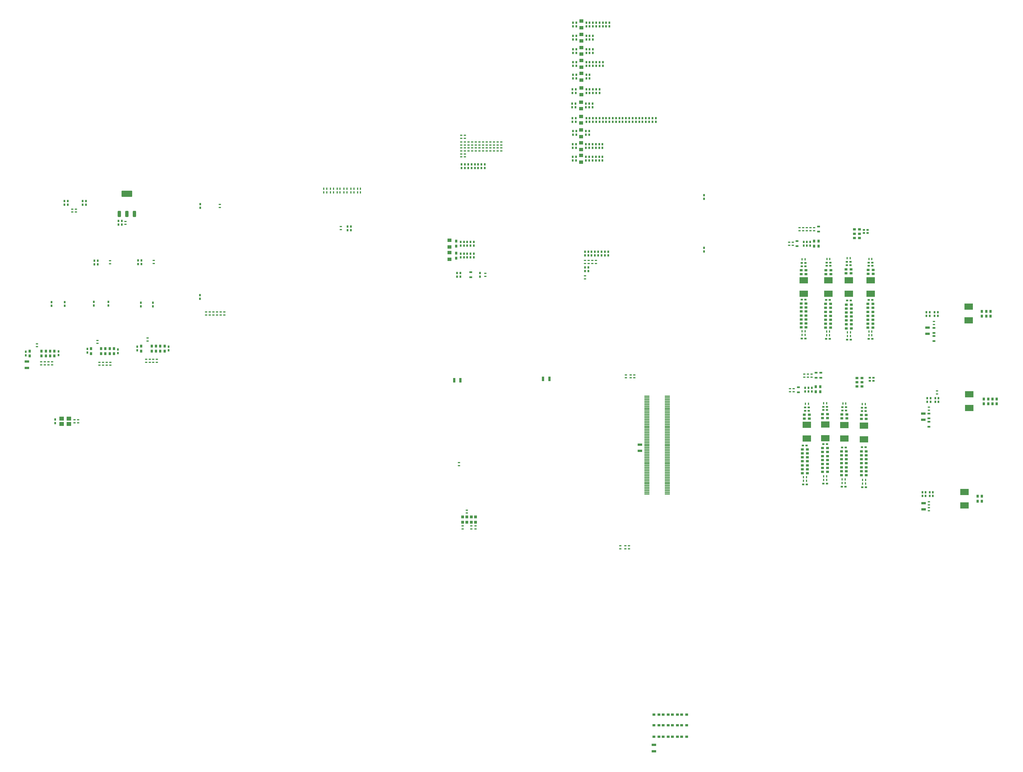
<source format=gbp>
%FSLAX46Y46*%
%MOMM*%
%AMPS19*
21,1,0.600000,0.500000,0.000000,0.000000,360.000000*
%
%ADD19PS19*%
%AMPS12*
21,1,0.600000,0.500000,0.000000,0.000000,270.000000*
%
%ADD12PS12*%
%AMPS21*
21,1,0.600000,0.500000,0.000000,0.000000,90.000000*
%
%ADD21PS21*%
%AMPS28*
21,1,1.400000,1.200000,0.000000,0.000000,360.000000*
%
%ADD28PS28*%
%AMPS25*
21,1,0.800000,0.800000,0.000000,0.000000,270.000000*
%
%ADD25PS25*%
%AMPS20*
21,1,1.000000,1.250000,0.000000,0.000000,270.000000*
%
%ADD20PS20*%
%AMPS14*
21,1,0.800000,0.750000,0.000000,0.000000,360.000000*
%
%ADD14PS14*%
%AMPS16*
21,1,0.800000,0.750000,0.000000,0.000000,270.000000*
%
%ADD16PS16*%
%AMPS26*
21,1,0.800000,0.750000,0.000000,0.000000,90.000000*
%
%ADD26PS26*%
%AMPS13*
21,1,0.400000,0.600000,0.000000,0.000000,360.000000*
%
%ADD13PS13*%
%AMPS11*
21,1,0.400000,0.600000,0.000000,0.000000,270.000000*
%
%ADD11PS11*%
%AMPS15*
21,1,0.400000,0.600000,0.000000,0.000000,90.000000*
%
%ADD15PS15*%
%AMPS22*
21,1,1.900000,2.500000,0.000000,0.000000,270.000000*
%
%ADD22PS22*%
%AMPS10*
21,1,0.700000,1.300000,0.000000,0.000000,270.000000*
%
%ADD10PS10*%
%AMPS27*
21,1,0.700000,1.300000,0.000000,0.000000,180.000000*
%
%ADD27PS27*%
%AMPS24*
21,1,0.700000,1.300000,0.000000,0.000000,90.000000*
%
%ADD24PS24*%
%AMPS17*
21,1,0.304800,1.447800,0.000000,0.000000,270.000000*
%
%ADD17PS17*%
%AMPS23*
21,1,0.500000,0.900000,0.000000,0.000000,270.000000*
%
%ADD23PS23*%
%AMPS18*
21,1,0.500000,0.900000,0.000000,0.000000,90.000000*
%
%ADD18PS18*%
%AMPS30*
1,1,0.500000,-1.375000,0.700000*
1,1,0.500000,-1.375000,-0.700000*
21,1,3.250000,1.400000,0.000000,0.000000,180.000000*
21,1,2.750000,1.900000,0.000000,0.000000,180.000000*
1,1,0.500000,1.375000,0.700000*
1,1,0.500000,1.375000,-0.700000*
%
%ADD30PS30*%
%AMPS29*
1,1,0.400000,0.275000,-0.750000*
1,1,0.400000,0.275000,0.750000*
21,1,0.950000,1.500000,0.000000,0.000000,360.000000*
21,1,0.550000,1.900000,0.000000,0.000000,360.000000*
1,1,0.400000,-0.275000,-0.750000*
1,1,0.400000,-0.275000,0.750000*
%
%ADD29PS29*%
G01*
G01*
%LPD*%
G75*
D10*
X-150000000Y24350000D03*
D10*
X-150000000Y26250000D03*
D11*
X86100000Y21550000D03*
D11*
X86100000Y22450000D03*
D11*
X-9900000Y89950000D03*
D11*
X-9900000Y90850000D03*
D12*
X16100000Y124750000D03*
D12*
X16100000Y123650000D03*
D13*
X-59350000Y77400000D03*
D13*
X-60250000Y77400000D03*
D14*
X102250000Y-2100000D03*
D14*
X103750000Y-2100000D03*
D12*
X22000000Y88150000D03*
D12*
X22000000Y87050000D03*
D12*
X85300000Y18350000D03*
D12*
X85300000Y17250000D03*
D12*
X20000000Y104250000D03*
D12*
X20000000Y103150000D03*
D15*
X-95800000Y41250000D03*
D15*
X-95800000Y40350000D03*
D12*
X19000000Y88150000D03*
D12*
X19000000Y87050000D03*
D13*
X97350000Y-9400000D03*
D13*
X96450000Y-9400000D03*
D16*
X88000000Y62650000D03*
D16*
X88000000Y61150000D03*
D12*
X15000000Y88150000D03*
D12*
X15000000Y87050000D03*
D16*
X-111000000Y30950000D03*
D16*
X-111000000Y29450000D03*
D12*
X86300000Y18350000D03*
D12*
X86300000Y17250000D03*
D11*
X85000000Y21550000D03*
D11*
X85000000Y22450000D03*
D17*
X37413900Y15260800D03*
D17*
X37413900Y-6255500D03*
D17*
X43586100Y-7756700D03*
D17*
X37413900Y-11259300D03*
D17*
X43586100Y7254800D03*
D17*
X43586100Y-1251700D03*
D17*
X43586100Y10757400D03*
D17*
X37413900Y-250900D03*
D17*
X43586100Y13259300D03*
D17*
X43586100Y-6755900D03*
D17*
X37413900Y12759000D03*
D17*
X43586100Y-9758200D03*
D17*
X37413900Y-4754300D03*
D17*
X37413900Y-6755900D03*
D17*
X37413900Y-3753600D03*
D17*
X43586100Y4252500D03*
D17*
X43586100Y-5755100D03*
D17*
X43586100Y13759700D03*
D17*
X37413900Y13259300D03*
D17*
X43586100Y-10758900D03*
D17*
X37413900Y11758200D03*
D17*
X43586100Y-5254700D03*
D17*
X43586100Y5253300D03*
D17*
X37413900Y-4253900D03*
D17*
X37413900Y-2752800D03*
D17*
X43586100Y-4253900D03*
D17*
X37413900Y-8257000D03*
D17*
X43586100Y4752900D03*
D17*
X37413900Y14260100D03*
D17*
X43586100Y-3253200D03*
D17*
X43586100Y12258600D03*
D17*
X37413900Y249400D03*
D17*
X37413900Y-751300D03*
D17*
X43586100Y7755200D03*
D17*
X43586100Y10257000D03*
D17*
X43586100Y-7256299D03*
D17*
X37413900Y8755900D03*
D17*
X37413900Y5253300D03*
D17*
X43586100Y9256299D03*
D17*
X43586100Y-2752800D03*
D17*
X37413900Y3752200D03*
D17*
X43586100Y-10258500D03*
D17*
X37413900Y-12760400D03*
D17*
X43586100Y-13260800D03*
D17*
X43586100Y5753700D03*
D17*
X37413900Y8255500D03*
D17*
X43586100Y-3753600D03*
D17*
X37413900Y749801D03*
D17*
X43586100Y-1752100D03*
D17*
X37413900Y-7756700D03*
D17*
X43586100Y-751300D03*
D17*
X37413900Y5753700D03*
D17*
X37413900Y1250199D03*
D17*
X37413900Y2751400D03*
D17*
X37413900Y-10758900D03*
D17*
X43586100Y2751400D03*
D17*
X43586100Y11758200D03*
D17*
X43586100Y-4754300D03*
D17*
X43586100Y-12760400D03*
D17*
X43586100Y-2252400D03*
D17*
X37413900Y9756700D03*
D17*
X37413900Y-7256299D03*
D17*
X43586100Y749801D03*
D17*
X37413900Y-2252400D03*
D17*
X37413900Y4752900D03*
D17*
X43586100Y15761200D03*
D17*
X37413900Y-5755100D03*
D17*
X37413900Y9256299D03*
D17*
X37413900Y6254000D03*
D17*
X37413900Y7755200D03*
D17*
X43586100Y9756700D03*
D17*
X43586100Y6754400D03*
D17*
X43586100Y1750600D03*
D17*
X43586100Y8755900D03*
D17*
X43586100Y3752200D03*
D17*
X37413900Y-9257800D03*
D17*
X37413900Y4252500D03*
D17*
X43586100Y1250199D03*
D17*
X37413900Y-12260000D03*
D17*
X37413900Y14760500D03*
D17*
X37413900Y-5254700D03*
D17*
X37413900Y15761200D03*
D17*
X43586100Y-11259300D03*
D17*
X43586100Y-8757400D03*
D17*
X37413900Y10257000D03*
D17*
X37413900Y13759700D03*
D17*
X37413900Y7254800D03*
D17*
X37413900Y12258600D03*
D17*
X37413900Y3251800D03*
D17*
X37413900Y-13260800D03*
D17*
X37413900Y-8757400D03*
D17*
X37413900Y6754400D03*
D17*
X37413900Y1750600D03*
D17*
X37413900Y-9758200D03*
D17*
X43586100Y-12260000D03*
D17*
X43586100Y249400D03*
D17*
X43586100Y3251800D03*
D17*
X37413900Y-1251700D03*
D17*
X43586100Y15260800D03*
D17*
X43586100Y-8257000D03*
D17*
X37413900Y10757400D03*
D17*
X43586100Y12759000D03*
D17*
X37413900Y-11759700D03*
D17*
X43586100Y-6255500D03*
D17*
X37413900Y2251000D03*
D17*
X43586100Y14260100D03*
D17*
X37413900Y11257800D03*
D17*
X43586100Y-13761200D03*
D17*
X43586100Y2251000D03*
D17*
X43586100Y11257800D03*
D17*
X43586100Y8255500D03*
D17*
X43586100Y-250900D03*
D17*
X37413900Y-1752100D03*
D17*
X37413900Y-3253200D03*
D17*
X43586100Y6254000D03*
D17*
X43586100Y14760500D03*
D17*
X43586100Y-11759700D03*
D17*
X37413900Y-10258500D03*
D17*
X37413900Y-13761200D03*
D17*
X43586100Y-9257800D03*
D11*
X19799996Y55949994D03*
D11*
X19799996Y56849994D03*
D12*
X16100000Y120650000D03*
D12*
X16100000Y119550000D03*
D12*
X24100000Y128750000D03*
D12*
X24100000Y127650000D03*
D12*
X24700000Y59450000D03*
D12*
X24700000Y58350000D03*
D11*
X80400000Y61450000D03*
D11*
X80400000Y62350000D03*
D12*
X16100000Y116750000D03*
D12*
X16100000Y115650000D03*
D12*
X19100000Y128750000D03*
D12*
X19100000Y127650000D03*
D12*
X20100000Y120650000D03*
D12*
X20100000Y119550000D03*
D11*
X-110700000Y26050000D03*
D11*
X-110700000Y26950000D03*
D18*
X82800000Y62650000D03*
D18*
X82800000Y61150000D03*
D16*
X140600000Y14950000D03*
D16*
X140600000Y13450000D03*
D11*
X31100000Y21350000D03*
D11*
X31100000Y22250000D03*
D11*
X30900000Y-30350000D03*
D11*
X30900000Y-29450000D03*
D13*
X91750000Y13700000D03*
D13*
X90850000Y13700000D03*
D12*
X18700000Y59450000D03*
D12*
X18700000Y58350000D03*
D12*
X24100000Y99850000D03*
D12*
X24100000Y98750000D03*
D11*
X-112900000Y26050000D03*
D11*
X-112900000Y26950000D03*
D14*
X91450000Y43700000D03*
D14*
X92950000Y43700000D03*
D19*
X91650000Y44900000D03*
D19*
X92750000Y44900000D03*
D12*
X14900000Y99850000D03*
D12*
X14900000Y98750000D03*
D11*
X-111700000Y55950000D03*
D11*
X-111700000Y56850000D03*
D12*
X29100000Y99850000D03*
D12*
X29100000Y98750000D03*
D13*
X103550000Y-9500000D03*
D13*
X102650000Y-9500000D03*
D20*
X-22300008Y57200056D03*
D20*
X-22300008Y59200056D03*
D11*
X-124900000Y55850000D03*
D11*
X-124900000Y56750000D03*
D16*
X-123700000Y30150000D03*
D16*
X-123700000Y28650000D03*
D14*
X84450000Y-300000D03*
D14*
X85950000Y-300000D03*
D12*
X15100000Y112950000D03*
D12*
X15100000Y111850000D03*
D12*
X15900000Y99850000D03*
D12*
X15900000Y98750000D03*
D11*
X84700000Y65850000D03*
D11*
X84700000Y66750000D03*
D21*
X-138700000Y73650000D03*
D21*
X-138700000Y74750000D03*
D16*
X140000000Y41450000D03*
D16*
X140000000Y39950000D03*
D11*
X29400000Y-30350000D03*
D11*
X29400000Y-29450000D03*
D19*
X96450000Y300000D03*
D19*
X97550000Y300000D03*
D12*
X37100000Y99850000D03*
D12*
X37100000Y98750000D03*
D13*
X-57350000Y78500000D03*
D13*
X-58250000Y78500000D03*
D12*
X-17900000Y58850000D03*
D12*
X-17900000Y57750000D03*
D19*
X104450000Y56200000D03*
D19*
X105550000Y56200000D03*
D22*
X98500000Y50850000D03*
D22*
X98500000Y46750000D03*
D11*
X-12100000Y91750000D03*
D11*
X-12100000Y92650000D03*
D14*
X96250000Y-2100000D03*
D14*
X97750000Y-2100000D03*
D10*
X121000000Y8650000D03*
D10*
X121000000Y10550000D03*
D12*
X24000000Y91950000D03*
D12*
X24000000Y90850000D03*
D21*
X15800000Y103150000D03*
D21*
X15800000Y104250000D03*
D23*
X83200000Y16950000D03*
D23*
X83200000Y18450000D03*
D14*
X84050000Y53900000D03*
D14*
X85550000Y53900000D03*
D16*
X138700000Y41450000D03*
D16*
X138700000Y39950000D03*
D21*
X-115600000Y42950000D03*
D21*
X-115600000Y44050000D03*
D11*
X-143500000Y25250000D03*
D11*
X-143500000Y26150000D03*
D19*
X97950000Y44700000D03*
D19*
X99050000Y44700000D03*
D12*
X-122500000Y29950000D03*
D12*
X-122500000Y28850000D03*
D20*
X17599992Y127200056D03*
D20*
X17599992Y129200056D03*
D14*
X84050000Y39000000D03*
D14*
X85550000Y39000000D03*
D12*
X25100000Y128750000D03*
D12*
X25100000Y127650000D03*
D14*
X84050000Y41400000D03*
D14*
X85550000Y41400000D03*
D12*
X21100000Y128750000D03*
D12*
X21100000Y127650000D03*
D11*
X-145700000Y25250000D03*
D11*
X-145700000Y26150000D03*
D12*
X20700000Y59450000D03*
D12*
X20700000Y58350000D03*
D13*
X85250000Y34300000D03*
D13*
X84350000Y34300000D03*
D12*
X-16900000Y62450000D03*
D12*
X-16900000Y61350000D03*
D14*
X45150000Y-83700000D03*
D14*
X46650000Y-83700000D03*
D12*
X18700000Y54750000D03*
D12*
X18700000Y53650000D03*
D19*
X84250000Y33200000D03*
D19*
X85350000Y33200000D03*
D14*
X96250000Y-6900000D03*
D14*
X97750000Y-6900000D03*
D11*
X-16500000Y89950000D03*
D11*
X-16500000Y90850000D03*
D13*
X98950000Y34000000D03*
D13*
X98050000Y34000000D03*
D13*
X-53250000Y78500000D03*
D13*
X-54150000Y78500000D03*
D16*
X138700000Y-14450000D03*
D16*
X138700000Y-15950000D03*
D12*
X-141500000Y8750000D03*
D12*
X-141500000Y7650000D03*
D12*
X-18900000Y62450000D03*
D12*
X-18900000Y61350000D03*
D14*
X90550000Y-2300000D03*
D14*
X92050000Y-2300000D03*
D14*
X84050000Y42600000D03*
D14*
X85550000Y42600000D03*
D12*
X19000000Y104250000D03*
D12*
X19000000Y103150000D03*
D12*
X14900000Y108550000D03*
D12*
X14900000Y107450000D03*
D24*
X122300000Y36550000D03*
D24*
X122300000Y34650000D03*
D11*
X-19350000Y-5225000D03*
D11*
X-19350000Y-4325000D03*
D16*
X-109700000Y30950000D03*
D16*
X-109700000Y29450000D03*
D19*
X96550000Y11500000D03*
D19*
X97650000Y11500000D03*
D12*
X-52100000Y67050000D03*
D12*
X-52100000Y65950000D03*
D14*
X96250000Y-4500000D03*
D14*
X97750000Y-4500000D03*
D12*
X20100000Y112950000D03*
D12*
X20100000Y111850000D03*
D14*
X84450000Y-5100000D03*
D14*
X85950000Y-5100000D03*
D12*
X-129800000Y44350000D03*
D12*
X-129800000Y43250000D03*
D14*
X97750000Y41100000D03*
D14*
X99250000Y41100000D03*
D11*
X-8800000Y89950000D03*
D11*
X-8800000Y90850000D03*
D12*
X-116700000Y30750000D03*
D12*
X-116700000Y29650000D03*
D12*
X-115400000Y56850000D03*
D12*
X-115400000Y55750000D03*
D11*
X-128700000Y31750000D03*
D11*
X-128700000Y32650000D03*
D14*
X97750000Y37500000D03*
D14*
X99250000Y37500000D03*
D14*
X84050000Y37800000D03*
D14*
X85550000Y37800000D03*
D19*
X102450000Y12300000D03*
D19*
X103550000Y12300000D03*
D11*
X-144600000Y25250000D03*
D11*
X-144600000Y26150000D03*
D12*
X23700000Y59450000D03*
D12*
X23700000Y58350000D03*
D11*
X-15400000Y91750000D03*
D11*
X-15400000Y92650000D03*
D22*
X105100000Y50850000D03*
D22*
X105100000Y46750000D03*
D12*
X16100000Y112950000D03*
D12*
X16100000Y111850000D03*
D14*
X102250000Y-5700000D03*
D14*
X103750000Y-5700000D03*
D12*
X-18900000Y58850000D03*
D12*
X-18900000Y57750000D03*
D16*
X89300000Y62650000D03*
D16*
X89300000Y61150000D03*
D11*
X-8800000Y91750000D03*
D11*
X-8800000Y92650000D03*
D11*
X-90300000Y40350000D03*
D11*
X-90300000Y41250000D03*
D11*
X-9900000Y91750000D03*
D11*
X-9900000Y92650000D03*
D14*
X39550000Y-80500000D03*
D14*
X41050000Y-80500000D03*
D11*
X-17600000Y91750000D03*
D11*
X-17600000Y92650000D03*
D19*
X104850000Y21400000D03*
D19*
X105950000Y21400000D03*
D12*
X36100000Y99850000D03*
D12*
X36100000Y98750000D03*
D14*
X102250000Y-900000D03*
D14*
X103750000Y-900000D03*
D13*
X103450000Y13400000D03*
D13*
X102550000Y13400000D03*
D12*
X20100000Y116750000D03*
D12*
X20100000Y115650000D03*
D21*
X121700000Y-14350000D03*
D21*
X121700000Y-13250000D03*
D14*
X97750000Y38700000D03*
D14*
X99250000Y38700000D03*
D11*
X-11000000Y91750000D03*
D11*
X-11000000Y92650000D03*
D14*
X100950000Y20000000D03*
D14*
X102450000Y20000000D03*
D14*
X102250000Y-6900000D03*
D14*
X103750000Y-6900000D03*
D14*
X97750000Y39900000D03*
D14*
X99250000Y39900000D03*
D20*
X17499992Y90400056D03*
D20*
X17499992Y92400056D03*
D23*
X122700000Y9050000D03*
D23*
X122700000Y10550000D03*
D11*
X18700000Y51250000D03*
D11*
X18700000Y52150000D03*
D20*
X17499992Y86600056D03*
D20*
X17499992Y88600056D03*
D12*
X19100000Y116750000D03*
D12*
X19100000Y115650000D03*
D11*
X86900000Y65850000D03*
D11*
X86900000Y66750000D03*
D13*
X105450000Y35300000D03*
D13*
X104550000Y35300000D03*
D11*
X-15400000Y89950000D03*
D11*
X-15400000Y90850000D03*
D10*
X39500000Y-91550000D03*
D10*
X39500000Y-89650000D03*
D16*
X-115500000Y30950000D03*
D16*
X-115500000Y29450000D03*
D25*
X-18300000Y-22300000D03*
D25*
X-18300000Y-20700000D03*
D14*
X104250000Y43700000D03*
D14*
X105750000Y43700000D03*
D12*
X-16600000Y85850000D03*
D12*
X-16600000Y84750000D03*
D23*
X124200000Y34950000D03*
D23*
X124200000Y36450000D03*
D19*
X91650000Y33100000D03*
D19*
X92750000Y33100000D03*
D26*
X-143000000Y27950000D03*
D26*
X-143000000Y29450000D03*
D12*
X-11600000Y85850000D03*
D12*
X-11600000Y84750000D03*
D19*
X96350000Y-11600000D03*
D19*
X97450000Y-11600000D03*
D12*
X15900000Y108550000D03*
D12*
X15900000Y107450000D03*
D14*
X104350000Y52800000D03*
D14*
X105850000Y52800000D03*
D16*
X141300000Y41450000D03*
D16*
X141300000Y39950000D03*
D14*
X104350000Y54000000D03*
D14*
X105850000Y54000000D03*
D14*
X42350000Y-87200000D03*
D14*
X43850000Y-87200000D03*
D12*
X-15900000Y58850000D03*
D12*
X-15900000Y57750000D03*
D13*
X-51150000Y78500000D03*
D13*
X-52050000Y78500000D03*
D14*
X91450000Y38900000D03*
D14*
X92950000Y38900000D03*
D11*
X-12100000Y89950000D03*
D11*
X-12100000Y90850000D03*
D12*
X15100000Y116750000D03*
D12*
X15100000Y115650000D03*
D14*
X102250000Y8900000D03*
D14*
X103750000Y8900000D03*
D19*
X90750000Y12600000D03*
D19*
X91850000Y12600000D03*
D13*
X-53250000Y77400000D03*
D13*
X-54150000Y77400000D03*
D22*
X134700000Y42850000D03*
D22*
X134700000Y38750000D03*
D12*
X16000000Y91950000D03*
D12*
X16000000Y90850000D03*
D14*
X84050000Y36600000D03*
D14*
X85550000Y36600000D03*
D16*
X-125000000Y30150000D03*
D16*
X-125000000Y28650000D03*
D12*
X20100000Y108550000D03*
D12*
X20100000Y107450000D03*
D12*
X22100000Y99850000D03*
D12*
X22100000Y98750000D03*
D11*
X-111800000Y26050000D03*
D11*
X-111800000Y26950000D03*
D12*
X19100000Y120650000D03*
D12*
X19100000Y119550000D03*
D11*
X33600000Y21350000D03*
D11*
X33600000Y22250000D03*
D19*
X103050000Y66100000D03*
D19*
X104150000Y66100000D03*
D12*
X-16900000Y58850000D03*
D12*
X-16900000Y57750000D03*
D12*
X-15600000Y85850000D03*
D12*
X-15600000Y84750000D03*
D13*
X105450000Y57300000D03*
D13*
X104550000Y57300000D03*
D11*
X-13200000Y91750000D03*
D11*
X-13200000Y92650000D03*
D18*
X122700000Y8050000D03*
D18*
X122700000Y6550000D03*
D20*
X17499992Y98400056D03*
D20*
X17499992Y100400056D03*
D11*
X-14300000Y89950000D03*
D11*
X-14300000Y90850000D03*
D21*
X122900000Y-14350000D03*
D21*
X122900000Y-13250000D03*
D11*
X-135600000Y7750000D03*
D11*
X-135600000Y8650000D03*
D11*
X-120200000Y67750000D03*
D11*
X-120200000Y68650000D03*
D21*
X-133200000Y73650000D03*
D21*
X-133200000Y74750000D03*
D14*
X97750000Y42300000D03*
D14*
X99250000Y42300000D03*
D11*
X-18700000Y91750000D03*
D11*
X-18700000Y92650000D03*
D19*
X90750000Y1300000D03*
D19*
X91850000Y1300000D03*
D13*
X92650000Y34200000D03*
D13*
X91750000Y34200000D03*
D14*
X84450000Y-7500000D03*
D14*
X85950000Y-7500000D03*
D13*
X-59350000Y78500000D03*
D13*
X-60250000Y78500000D03*
D26*
X-141700000Y27950000D03*
D26*
X-141700000Y29450000D03*
D21*
X124400000Y40050000D03*
D21*
X124400000Y41150000D03*
D14*
X96250000Y-5700000D03*
D14*
X97750000Y-5700000D03*
D12*
X21000000Y91950000D03*
D12*
X21000000Y90850000D03*
D14*
X104250000Y42500000D03*
D14*
X105750000Y42500000D03*
D19*
X91750000Y56200000D03*
D19*
X92850000Y56200000D03*
D12*
X19100000Y124750000D03*
D12*
X19100000Y123650000D03*
D19*
X84250000Y45000000D03*
D19*
X85350000Y45000000D03*
D19*
X90750000Y-10600000D03*
D19*
X91850000Y-10600000D03*
D20*
X17599992Y115300056D03*
D20*
X17599992Y117300056D03*
D21*
X125400000Y40050000D03*
D21*
X125400000Y41150000D03*
D22*
X85770000Y7130000D03*
D22*
X85770000Y3030000D03*
D12*
X21100000Y116750000D03*
D12*
X21100000Y115650000D03*
D14*
X104250000Y41300000D03*
D14*
X105750000Y41300000D03*
D14*
X47950000Y-87200000D03*
D14*
X49450000Y-87200000D03*
D11*
X80700000Y17150000D03*
D11*
X80700000Y18050000D03*
D14*
X104250000Y36500000D03*
D14*
X105750000Y36500000D03*
D15*
X-135200000Y72350000D03*
D15*
X-135200000Y71450000D03*
D19*
X104850000Y20400000D03*
D19*
X105950000Y20400000D03*
D12*
X19100000Y99850000D03*
D12*
X19100000Y98750000D03*
D14*
X97660000Y52930000D03*
D14*
X99160000Y52930000D03*
D11*
X-16500000Y91750000D03*
D11*
X-16500000Y92650000D03*
D19*
X104450000Y33100000D03*
D19*
X105550000Y33100000D03*
D15*
X-94700000Y41250000D03*
D15*
X-94700000Y40350000D03*
D11*
X-124800000Y25150000D03*
D11*
X-124800000Y26050000D03*
D12*
X-18600000Y85850000D03*
D12*
X-18600000Y84750000D03*
D12*
X19000000Y91950000D03*
D12*
X19000000Y90850000D03*
D19*
X104450000Y55200000D03*
D19*
X105550000Y55200000D03*
D18*
X124200000Y33950000D03*
D18*
X124200000Y32450000D03*
D13*
X105450000Y34200000D03*
D13*
X104550000Y34200000D03*
D16*
X-127600000Y30150000D03*
D16*
X-127600000Y28650000D03*
D14*
X42350000Y-80500000D03*
D14*
X43850000Y-80500000D03*
D13*
X91750000Y-8400000D03*
D13*
X90850000Y-8400000D03*
D21*
X54700000Y75450000D03*
D21*
X54700000Y76550000D03*
D12*
X25100000Y99850000D03*
D12*
X25100000Y98750000D03*
D12*
X31100000Y99850000D03*
D12*
X31100000Y98750000D03*
D20*
X-22300008Y60900056D03*
D20*
X-22300008Y62900056D03*
D20*
X17499992Y94300056D03*
D20*
X17499992Y96300056D03*
D13*
X85650000Y-8700000D03*
D13*
X84750000Y-8700000D03*
D14*
X90550000Y9200000D03*
D14*
X92050000Y9200000D03*
D20*
X17599992Y123200056D03*
D20*
X17599992Y125200056D03*
D13*
X91750000Y-9500000D03*
D13*
X90850000Y-9500000D03*
D21*
X123200000Y14050000D03*
D21*
X123200000Y15150000D03*
D12*
X-122300000Y68750000D03*
D12*
X-122300000Y67650000D03*
D12*
X21100000Y99850000D03*
D12*
X21100000Y98750000D03*
D12*
X39100000Y99850000D03*
D12*
X39100000Y98750000D03*
D11*
X-128100000Y25150000D03*
D11*
X-128100000Y26050000D03*
D11*
X-18700000Y89950000D03*
D11*
X-18700000Y90850000D03*
D15*
X81500000Y62350000D03*
D15*
X81500000Y61450000D03*
D12*
X19100000Y108550000D03*
D12*
X19100000Y107450000D03*
D12*
X22100000Y128750000D03*
D12*
X22100000Y127650000D03*
D19*
X104450000Y44900000D03*
D19*
X105550000Y44900000D03*
D13*
X-57350000Y77400000D03*
D13*
X-58250000Y77400000D03*
D11*
X-92500000Y40350000D03*
D11*
X-92500000Y41250000D03*
D12*
X27100000Y99850000D03*
D12*
X27100000Y98750000D03*
D12*
X-12600000Y85850000D03*
D12*
X-12600000Y84750000D03*
D20*
X17599992Y119200056D03*
D20*
X17599992Y121200056D03*
D12*
X21100000Y120650000D03*
D12*
X21100000Y119550000D03*
D27*
X-20850000Y20600000D03*
D27*
X-18950000Y20600000D03*
D14*
X102250000Y-8100000D03*
D14*
X103750000Y-8100000D03*
D13*
X85250000Y35400000D03*
D13*
X84350000Y35400000D03*
D16*
X137400000Y-14450000D03*
D16*
X137400000Y-15950000D03*
D13*
X85250000Y57200000D03*
D13*
X84350000Y57200000D03*
D14*
X91450000Y36500000D03*
D14*
X92950000Y36500000D03*
D23*
X88600000Y21350000D03*
D23*
X88600000Y22850000D03*
D20*
X17599992Y111400056D03*
D20*
X17599992Y113400056D03*
D23*
X89300000Y65550000D03*
D23*
X89300000Y67050000D03*
D13*
X97550000Y13600000D03*
D13*
X96650000Y13600000D03*
D11*
X-13200000Y89950000D03*
D11*
X-13200000Y90850000D03*
D15*
X125100000Y17350000D03*
D15*
X125100000Y16450000D03*
D14*
X100150000Y64900000D03*
D14*
X101650000Y64900000D03*
D13*
X-55350000Y77400000D03*
D13*
X-56250000Y77400000D03*
D12*
X21100000Y108550000D03*
D12*
X21100000Y107450000D03*
D14*
X42350000Y-83700000D03*
D14*
X43850000Y-83700000D03*
D12*
X-19000000Y53050000D03*
D12*
X-19000000Y51950000D03*
D22*
X84800000Y50850000D03*
D22*
X84800000Y46750000D03*
D14*
X100950000Y18700000D03*
D14*
X102450000Y18700000D03*
D11*
X-91400000Y40350000D03*
D11*
X-91400000Y41250000D03*
D11*
X124200000Y37450000D03*
D11*
X124200000Y38350000D03*
D16*
X88500000Y18650000D03*
D16*
X88500000Y17150000D03*
D13*
X-49150000Y78500000D03*
D13*
X-50050000Y78500000D03*
D16*
X139300000Y14950000D03*
D16*
X139300000Y13450000D03*
D21*
X-132200000Y73650000D03*
D21*
X-132200000Y74750000D03*
D12*
X-129600000Y56750000D03*
D12*
X-129600000Y55650000D03*
D12*
X-14600000Y85850000D03*
D12*
X-14600000Y84750000D03*
D12*
X20100000Y99850000D03*
D12*
X20100000Y98750000D03*
D12*
X85800000Y62450000D03*
D12*
X85800000Y61350000D03*
D11*
X-125900000Y25150000D03*
D11*
X-125900000Y26050000D03*
D14*
X45150000Y-80500000D03*
D14*
X46650000Y-80500000D03*
D11*
X-113500000Y32450000D03*
D11*
X-113500000Y33350000D03*
D11*
X122700000Y11550000D03*
D11*
X122700000Y12450000D03*
D12*
X20000000Y95950000D03*
D12*
X20000000Y94850000D03*
D12*
X20100000Y124750000D03*
D12*
X20100000Y123650000D03*
D15*
X-14400000Y-23450000D03*
D15*
X-14400000Y-24350000D03*
D12*
X22700000Y59450000D03*
D12*
X22700000Y58350000D03*
D11*
X88000000Y65850000D03*
D11*
X88000000Y66750000D03*
D11*
X-11000000Y89950000D03*
D11*
X-11000000Y90850000D03*
D16*
X-126300000Y30150000D03*
D16*
X-126300000Y28650000D03*
D12*
X16100000Y128750000D03*
D12*
X16100000Y127650000D03*
D12*
X19700000Y59450000D03*
D12*
X19700000Y58350000D03*
D24*
X35300000Y1150000D03*
D24*
X35300000Y-750000D03*
D12*
X15100000Y124750000D03*
D12*
X15100000Y123650000D03*
D14*
X102250000Y-3300000D03*
D14*
X103750000Y-3300000D03*
D14*
X45150000Y-87200000D03*
D14*
X46650000Y-87200000D03*
D12*
X84800000Y62450000D03*
D12*
X84800000Y61350000D03*
D22*
X97090000Y7070000D03*
D22*
X97090000Y2970000D03*
D14*
X100150000Y66200000D03*
D14*
X101650000Y66200000D03*
D19*
X84250000Y55100000D03*
D19*
X85350000Y55100000D03*
D12*
X-13000000Y53050000D03*
D12*
X-13000000Y51950000D03*
D15*
X-18300000Y-23450000D03*
D15*
X-18300000Y-24350000D03*
D14*
X91450000Y37700000D03*
D14*
X92950000Y37700000D03*
D12*
X26100000Y99850000D03*
D12*
X26100000Y98750000D03*
D14*
X85050000Y10200000D03*
D14*
X86550000Y10200000D03*
D14*
X96350000Y9100000D03*
D14*
X97850000Y9100000D03*
D14*
X85050000Y9000000D03*
D14*
X86550000Y9000000D03*
D28*
X-139500000Y9000000D03*
D28*
X-137300000Y9000000D03*
D28*
X-137300000Y7400000D03*
D28*
X-139500000Y7400000D03*
D16*
X-130600000Y30150000D03*
D16*
X-130600000Y28650000D03*
D22*
X133400000Y-13150000D03*
D22*
X133400000Y-17250000D03*
D12*
X23000000Y91950000D03*
D12*
X23000000Y90850000D03*
D19*
X97950000Y32900000D03*
D19*
X99050000Y32900000D03*
D14*
X100150000Y63600000D03*
D14*
X101650000Y63600000D03*
D14*
X84050000Y40200000D03*
D14*
X85550000Y40200000D03*
D14*
X104250000Y38900000D03*
D14*
X105750000Y38900000D03*
D19*
X85250000Y11400000D03*
D19*
X86350000Y11400000D03*
D22*
X103060000Y6880000D03*
D22*
X103060000Y2780000D03*
D12*
X16000000Y88150000D03*
D12*
X16000000Y87050000D03*
D14*
X102250000Y-4500000D03*
D14*
X103750000Y-4500000D03*
D12*
X-97700000Y46350000D03*
D12*
X-97700000Y45250000D03*
D11*
X81800000Y17150000D03*
D11*
X81800000Y18050000D03*
D12*
X23100000Y99850000D03*
D12*
X23100000Y98750000D03*
D12*
X-128600000Y56750000D03*
D12*
X-128600000Y55650000D03*
D12*
X23100000Y108550000D03*
D12*
X23100000Y107450000D03*
D12*
X19100000Y112950000D03*
D12*
X19100000Y111850000D03*
D11*
X-17600000Y93750000D03*
D11*
X-17600000Y94650000D03*
D14*
X39550000Y-83700000D03*
D14*
X41050000Y-83700000D03*
D19*
X84550000Y900000D03*
D19*
X85650000Y900000D03*
D14*
X96250000Y-8100000D03*
D14*
X97750000Y-8100000D03*
D19*
X102550000Y-11700000D03*
D19*
X103650000Y-11700000D03*
D21*
X-137700000Y73650000D03*
D21*
X-137700000Y74750000D03*
D21*
X125600000Y14050000D03*
D21*
X125600000Y15150000D03*
D15*
X-15700000Y-23450000D03*
D15*
X-15700000Y-24350000D03*
D12*
X23100000Y128750000D03*
D12*
X23100000Y127650000D03*
D13*
X97350000Y-10500000D03*
D13*
X96450000Y-10500000D03*
D14*
X97660000Y54130000D03*
D14*
X99160000Y54130000D03*
D14*
X84050000Y52700000D03*
D14*
X85550000Y52700000D03*
D12*
X-131700000Y30050000D03*
D12*
X-131700000Y28950000D03*
D14*
X90550000Y-4700000D03*
D14*
X92050000Y-4700000D03*
D14*
X39550000Y-87200000D03*
D14*
X41050000Y-87200000D03*
D12*
X15000000Y91950000D03*
D12*
X15000000Y90850000D03*
D19*
X84250000Y56100000D03*
D19*
X85350000Y56100000D03*
D16*
X141900000Y14950000D03*
D16*
X141900000Y13450000D03*
D14*
X102250000Y10100000D03*
D14*
X103750000Y10100000D03*
D14*
X91450000Y41300000D03*
D14*
X92950000Y41300000D03*
D12*
X-111900000Y44050000D03*
D12*
X-111900000Y42950000D03*
D14*
X91450000Y40100000D03*
D14*
X92950000Y40100000D03*
D10*
X121100000Y-18450000D03*
D10*
X121100000Y-16550000D03*
D25*
X-17000000Y-22300000D03*
D25*
X-17000000Y-20700000D03*
D19*
X97860000Y55430000D03*
D19*
X98960000Y55430000D03*
D14*
X97750000Y36300000D03*
D14*
X99250000Y36300000D03*
D11*
X-6600000Y91750000D03*
D11*
X-6600000Y92650000D03*
D20*
X17609992Y106980056D03*
D20*
X17609992Y108980056D03*
D12*
X-121300000Y68750000D03*
D12*
X-121300000Y67650000D03*
D15*
X21999996Y56849994D03*
D15*
X21999996Y55949994D03*
D12*
X-125400000Y44350000D03*
D12*
X-125400000Y43250000D03*
D12*
X21000000Y104250000D03*
D12*
X21000000Y103150000D03*
D11*
X-11400000Y52050000D03*
D11*
X-11400000Y52950000D03*
D13*
X98860000Y57530000D03*
D13*
X97960000Y57530000D03*
D14*
X97750000Y43500000D03*
D14*
X99250000Y43500000D03*
D14*
X90550000Y100000D03*
D14*
X92050000Y100000D03*
D11*
X122700000Y-17050000D03*
D11*
X122700000Y-16150000D03*
D14*
X104250000Y37700000D03*
D14*
X105750000Y37700000D03*
D16*
X89800000Y18650000D03*
D16*
X89800000Y17150000D03*
D19*
X103050000Y65100000D03*
D19*
X104150000Y65100000D03*
D26*
X-145600000Y27950000D03*
D26*
X-145600000Y29450000D03*
D13*
X85650000Y-9800000D03*
D13*
X84750000Y-9800000D03*
D11*
X-14300000Y91750000D03*
D11*
X-14300000Y92650000D03*
D12*
X-20000000Y53050000D03*
D12*
X-20000000Y51950000D03*
D14*
X96250000Y-900000D03*
D14*
X97750000Y-900000D03*
D12*
X-15900000Y62450000D03*
D12*
X-15900000Y61350000D03*
D12*
X-97600000Y73850000D03*
D12*
X-97600000Y72750000D03*
D15*
X-17000000Y-18650000D03*
D15*
X-17000000Y-19550000D03*
D14*
X84450000Y-1500000D03*
D14*
X85950000Y-1500000D03*
D21*
X-140500000Y28250000D03*
D21*
X-140500000Y29350000D03*
D13*
X-49150000Y77400000D03*
D13*
X-50050000Y77400000D03*
D12*
X15100000Y120650000D03*
D12*
X15100000Y119550000D03*
D15*
X-136300000Y72350000D03*
D15*
X-136300000Y71450000D03*
D14*
X104250000Y40100000D03*
D14*
X105750000Y40100000D03*
D11*
X-18700000Y93750000D03*
D11*
X-18700000Y94650000D03*
D12*
X15100000Y128750000D03*
D12*
X15100000Y127650000D03*
D11*
X-17600000Y88150000D03*
D11*
X-17600000Y89050000D03*
D11*
X122700000Y-18850000D03*
D11*
X122700000Y-17950000D03*
D12*
X26100000Y128750000D03*
D12*
X26100000Y127650000D03*
D19*
X85250000Y12400000D03*
D19*
X86350000Y12400000D03*
D12*
X20000000Y91950000D03*
D12*
X20000000Y90850000D03*
D12*
X-107200000Y30750000D03*
D12*
X-107200000Y29650000D03*
D12*
X54700000Y60650000D03*
D12*
X54700000Y59550000D03*
D14*
X91450000Y42500000D03*
D14*
X92950000Y42500000D03*
D12*
X-142600000Y44250000D03*
D12*
X-142600000Y43150000D03*
D21*
X124600000Y14050000D03*
D21*
X124600000Y15150000D03*
D12*
X-14900000Y62450000D03*
D12*
X-14900000Y61350000D03*
D12*
X40100000Y99850000D03*
D12*
X40100000Y98750000D03*
D12*
X-17600000Y85850000D03*
D12*
X-17600000Y84750000D03*
D14*
X90550000Y-5900000D03*
D14*
X92050000Y-5900000D03*
D12*
X-14900000Y58850000D03*
D12*
X-14900000Y57750000D03*
D12*
X25700000Y59450000D03*
D12*
X25700000Y58350000D03*
D12*
X21700000Y59450000D03*
D12*
X21700000Y58350000D03*
D21*
X122900000Y40050000D03*
D21*
X122900000Y41150000D03*
D14*
X84050000Y43800000D03*
D14*
X85550000Y43800000D03*
D13*
X-51150000Y77400000D03*
D13*
X-52050000Y77400000D03*
D16*
X-20200000Y59050000D03*
D16*
X-20200000Y57550000D03*
D27*
X6050000Y21000000D03*
D27*
X7950000Y21000000D03*
D12*
X-13600000Y85850000D03*
D12*
X-13600000Y84750000D03*
D16*
X-149200000Y29450000D03*
D16*
X-149200000Y27950000D03*
D19*
X102450000Y400000D03*
D19*
X103550000Y400000D03*
D11*
X-7700000Y91750000D03*
D11*
X-7700000Y92650000D03*
D14*
X96350000Y10300000D03*
D14*
X97850000Y10300000D03*
D21*
X123900000Y-14350000D03*
D21*
X123900000Y-13250000D03*
D14*
X84450000Y-2700000D03*
D14*
X85950000Y-2700000D03*
D22*
X134900000Y16350000D03*
D22*
X134900000Y12250000D03*
D11*
X-7700000Y89950000D03*
D11*
X-7700000Y90850000D03*
D12*
X-17900000Y62450000D03*
D12*
X-17900000Y61350000D03*
D12*
X28100000Y99850000D03*
D12*
X28100000Y98750000D03*
D20*
X17499992Y102700056D03*
D20*
X17499992Y104700056D03*
D14*
X84450000Y-3900000D03*
D14*
X85950000Y-3900000D03*
D14*
X100950000Y21300000D03*
D14*
X102450000Y21300000D03*
D12*
X22100000Y116750000D03*
D12*
X22100000Y115650000D03*
D16*
X-108400000Y30950000D03*
D16*
X-108400000Y29450000D03*
D14*
X47950000Y-83700000D03*
D14*
X49450000Y-83700000D03*
D21*
X14800000Y103150000D03*
D21*
X14800000Y104250000D03*
D11*
X-114000000Y26050000D03*
D11*
X-114000000Y26950000D03*
D16*
X143200000Y14950000D03*
D16*
X143200000Y13450000D03*
D11*
X-6600000Y89950000D03*
D11*
X-6600000Y90850000D03*
D29*
X-122120000Y70880000D03*
D30*
X-119820000Y76980000D03*
D29*
X-119820000Y70880000D03*
D29*
X-117520000Y70880000D03*
D23*
X-15800000Y51750000D03*
D23*
X-15800000Y53250000D03*
D15*
X18699996Y56849994D03*
D15*
X18699996Y55949994D03*
D12*
X23000000Y88150000D03*
D12*
X23000000Y87050000D03*
D19*
X90750000Y11600000D03*
D19*
X91850000Y11600000D03*
D14*
X90550000Y-7100000D03*
D14*
X92050000Y-7100000D03*
D14*
X91550000Y52700000D03*
D14*
X93050000Y52700000D03*
D11*
X85800000Y65850000D03*
D11*
X85800000Y66750000D03*
D19*
X91750000Y55200000D03*
D19*
X92850000Y55200000D03*
D12*
X30100000Y99850000D03*
D12*
X30100000Y98750000D03*
D11*
X-91700000Y72850000D03*
D11*
X-91700000Y73750000D03*
D12*
X35100000Y99850000D03*
D12*
X35100000Y98750000D03*
D12*
X19700000Y54750000D03*
D12*
X19700000Y53650000D03*
D11*
X-93600000Y40350000D03*
D11*
X-93600000Y41250000D03*
D14*
X91550000Y53900000D03*
D14*
X93050000Y53900000D03*
D12*
X21100000Y124750000D03*
D12*
X21100000Y123650000D03*
D11*
X83600000Y65850000D03*
D11*
X83600000Y66750000D03*
D26*
X-144300000Y27950000D03*
D26*
X-144300000Y29450000D03*
D11*
X32000000Y-30350000D03*
D11*
X32000000Y-29450000D03*
D13*
X86250000Y13500000D03*
D13*
X85350000Y13500000D03*
D11*
X-134500000Y7750000D03*
D11*
X-134500000Y8650000D03*
D11*
X-17600000Y89950000D03*
D11*
X-17600000Y90850000D03*
D14*
X96250000Y-3300000D03*
D14*
X97750000Y-3300000D03*
D19*
X96550000Y12500000D03*
D19*
X97650000Y12500000D03*
D12*
X-150400000Y29250000D03*
D12*
X-150400000Y28150000D03*
D12*
X20000000Y88150000D03*
D12*
X20000000Y87050000D03*
D25*
X-14400000Y-22300000D03*
D25*
X-14400000Y-20700000D03*
D11*
X32500000Y21350000D03*
D11*
X32500000Y22250000D03*
D12*
X22100000Y108550000D03*
D12*
X22100000Y107450000D03*
D22*
X92300000Y50850000D03*
D22*
X92300000Y46750000D03*
D12*
X34100000Y99850000D03*
D12*
X34100000Y98750000D03*
D12*
X19000000Y95950000D03*
D12*
X19000000Y94850000D03*
D11*
X87200000Y21550000D03*
D11*
X87200000Y22450000D03*
D22*
X91320000Y7200000D03*
D22*
X91320000Y3100000D03*
D21*
X121900000Y40050000D03*
D21*
X121900000Y41150000D03*
D12*
X24000000Y88150000D03*
D12*
X24000000Y87050000D03*
D12*
X15100000Y95950000D03*
D12*
X15100000Y94850000D03*
D12*
X-53100000Y67050000D03*
D12*
X-53100000Y65950000D03*
D21*
X120700000Y-14350000D03*
D21*
X120700000Y-13250000D03*
D14*
X90550000Y-3500000D03*
D14*
X92050000Y-3500000D03*
D11*
X-127000000Y25150000D03*
D11*
X-127000000Y26050000D03*
D12*
X38100000Y99850000D03*
D12*
X38100000Y98750000D03*
D11*
X-142400000Y25250000D03*
D11*
X-142400000Y26150000D03*
D13*
X103550000Y-10600000D03*
D13*
X102650000Y-10600000D03*
D14*
X90550000Y-1100000D03*
D14*
X92050000Y-1100000D03*
D13*
X-55350000Y78500000D03*
D13*
X-56250000Y78500000D03*
D12*
X23100000Y116750000D03*
D12*
X23100000Y115650000D03*
D19*
X102450000Y11300000D03*
D19*
X103550000Y11300000D03*
D16*
X-112300000Y30950000D03*
D16*
X-112300000Y29450000D03*
D14*
X47950000Y-80500000D03*
D14*
X49450000Y-80500000D03*
D14*
X84450000Y-6300000D03*
D14*
X85950000Y-6300000D03*
D11*
X-147000000Y30750000D03*
D11*
X-147000000Y31650000D03*
D14*
X90550000Y10400000D03*
D14*
X92050000Y10400000D03*
D12*
X24100000Y116750000D03*
D12*
X24100000Y115650000D03*
D21*
X122200000Y14050000D03*
D21*
X122200000Y15150000D03*
D25*
X-15700000Y-22300000D03*
D25*
X-15700000Y-20700000D03*
D13*
X98950000Y35100000D03*
D13*
X98050000Y35100000D03*
D12*
X21000000Y88150000D03*
D12*
X21000000Y87050000D03*
D19*
X97860000Y56430000D03*
D19*
X98960000Y56430000D03*
D12*
X20100000Y128750000D03*
D12*
X20100000Y127650000D03*
D11*
X-55100000Y66150000D03*
D11*
X-55100000Y67050000D03*
D12*
X32100000Y99850000D03*
D12*
X32100000Y98750000D03*
D12*
X33100000Y99850000D03*
D12*
X33100000Y98750000D03*
D13*
X92650000Y35300000D03*
D13*
X91750000Y35300000D03*
D16*
X-20200000Y62650000D03*
D16*
X-20200000Y61150000D03*
D13*
X92750000Y57300000D03*
D13*
X91850000Y57300000D03*
D12*
X-138600000Y44250000D03*
D12*
X-138600000Y43150000D03*
D12*
X86800000Y62450000D03*
D12*
X86800000Y61350000D03*
D23*
X90000000Y21350000D03*
D23*
X90000000Y22850000D03*
D12*
X87300000Y18350000D03*
D12*
X87300000Y17250000D03*
D12*
X16100000Y95950000D03*
D12*
X16100000Y94850000D03*
D12*
X22000000Y91950000D03*
D12*
X22000000Y90850000D03*
D19*
X84650000Y-10900000D03*
D19*
X85750000Y-10900000D03*
D11*
X-18700000Y88150000D03*
D11*
X-18700000Y89050000D03*
D12*
X-116400000Y56850000D03*
D12*
X-116400000Y55750000D03*
D15*
X20899996Y56849994D03*
D15*
X20899996Y55949994D03*
M02*

</source>
